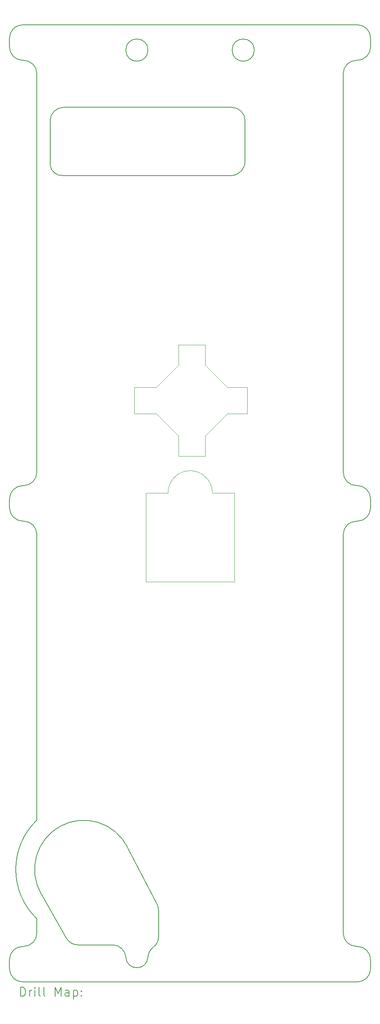
<source format=gbr>
%TF.GenerationSoftware,KiCad,Pcbnew,8.0.8*%
%TF.CreationDate,2025-03-15T17:23:19-07:00*%
%TF.ProjectId,Stationary_X_Panel,53746174-696f-46e6-9172-795f585f5061,1.4*%
%TF.SameCoordinates,Original*%
%TF.FileFunction,Drillmap*%
%TF.FilePolarity,Positive*%
%FSLAX45Y45*%
G04 Gerber Fmt 4.5, Leading zero omitted, Abs format (unit mm)*
G04 Created by KiCad (PCBNEW 8.0.8) date 2025-03-15 17:23:19*
%MOMM*%
%LPD*%
G01*
G04 APERTURE LIST*
%ADD10C,0.200000*%
%ADD11C,0.100000*%
G04 APERTURE END LIST*
D10*
X8200000Y-4300000D02*
X8200000Y-5200000D01*
X8200000Y-5200000D02*
G75*
G02*
X7900000Y-5534999I-317510J-17490D01*
G01*
D11*
X7300000Y-11400000D02*
X7300000Y-11850000D01*
D10*
X8408500Y-2710500D02*
G75*
G02*
X7908500Y-2710500I-250000J0D01*
G01*
X7908500Y-2710500D02*
G75*
G02*
X8408500Y-2710500I250000J0D01*
G01*
D11*
X6700000Y-11850000D02*
X7300000Y-11850000D01*
D10*
X10416000Y-22590500D02*
X10416000Y-13615500D01*
X10733500Y-12515500D02*
G75*
G02*
X11033500Y-12815500I0J-300000D01*
G01*
X4167106Y-22704917D02*
X3596709Y-21707521D01*
X3183500Y-2940500D02*
X3201000Y-2940500D01*
X6248500Y-22084083D02*
X6248500Y-22669490D01*
X11033500Y-23390500D02*
X11033500Y-23190500D01*
X3501000Y-22268160D02*
X3501000Y-22590500D01*
D11*
X6700000Y-11400000D02*
X6700000Y-11850000D01*
D10*
X11033500Y-13015500D02*
G75*
G02*
X10733500Y-13315500I-300000J0D01*
G01*
X2883500Y-23190500D02*
G75*
G02*
X3183500Y-22890500I300000J0D01*
G01*
X6008138Y-23133948D02*
G75*
G02*
X6128104Y-22909791I299602J-16162D01*
G01*
X10416000Y-3240500D02*
G75*
G02*
X10716000Y-2940500I300000J0D01*
G01*
X3501000Y-22590500D02*
G75*
G02*
X3201000Y-22890500I-300000J0D01*
G01*
X4100000Y-4000000D02*
X7900000Y-4000000D01*
X3183500Y-23690500D02*
G75*
G02*
X2883500Y-23390500I0J300000D01*
G01*
X10416000Y-13615500D02*
G75*
G02*
X10716000Y-13315500I300000J0D01*
G01*
D11*
X5962000Y-14680000D02*
X5962000Y-12680000D01*
D10*
X11033500Y-2640500D02*
X11033500Y-2440500D01*
X10733500Y-2140500D02*
G75*
G02*
X11033500Y-2440500I0J-300000D01*
G01*
D11*
X6200000Y-10900000D02*
X6700000Y-11400000D01*
D10*
X3183500Y-2940500D02*
G75*
G02*
X2883500Y-2640500I0J300000D01*
G01*
D11*
X7300000Y-9350000D02*
X6700000Y-9350000D01*
D10*
X10733500Y-22890500D02*
G75*
G02*
X11033500Y-23190500I0J-300000D01*
G01*
X10733500Y-12515500D02*
X10716000Y-12515500D01*
X2883500Y-12815500D02*
X2883500Y-13015500D01*
X3201000Y-12515500D02*
X3183500Y-12515500D01*
X10716000Y-22890500D02*
G75*
G02*
X10416000Y-22590500I0J300000D01*
G01*
D11*
X6200000Y-10300000D02*
X6700000Y-9800000D01*
D10*
X2883500Y-2440500D02*
G75*
G02*
X3183500Y-2140500I300000J0D01*
G01*
D11*
X8250000Y-10900000D02*
X8250000Y-10300000D01*
X6462000Y-12680000D02*
G75*
G02*
X7462000Y-12680000I500000J0D01*
G01*
D10*
X10716000Y-13315500D02*
X10733500Y-13315500D01*
X10716000Y-12515500D02*
G75*
G02*
X10416000Y-12215500I0J300000D01*
G01*
X10716000Y-2940500D02*
X10733500Y-2940500D01*
X3183500Y-13315500D02*
G75*
G02*
X2883500Y-13015500I0J300000D01*
G01*
X7900000Y-4000000D02*
G75*
G02*
X8200000Y-4300000I0J-300000D01*
G01*
X6248500Y-22669490D02*
G75*
G02*
X6128102Y-22909788I-300000J0D01*
G01*
X7900000Y-5535000D02*
X4100000Y-5535000D01*
D11*
X6700000Y-9800000D02*
X6700000Y-9350000D01*
D10*
X4100000Y-5535000D02*
G75*
G02*
X3800001Y-5300000I-28770J272260D01*
G01*
D11*
X5700000Y-10900000D02*
X5700000Y-10300000D01*
D10*
X6008138Y-23133948D02*
G75*
G02*
X5509021Y-23136630I-249638J13448D01*
G01*
X3800000Y-4300000D02*
G75*
G02*
X4100000Y-4000000I304763J-4763D01*
G01*
X3501000Y-12215500D02*
G75*
G02*
X3201000Y-12515500I-300000J0D01*
G01*
X10733500Y-22890500D02*
X10716000Y-22890500D01*
X3501000Y-3240500D02*
X3501000Y-12215500D01*
D11*
X7300000Y-11400000D02*
X7800000Y-10900000D01*
D10*
X11033500Y-13015500D02*
X11033500Y-12815500D01*
X3201000Y-13315500D02*
G75*
G02*
X3501000Y-13615500I0J-300000D01*
G01*
D11*
X7962000Y-12680000D02*
X7962000Y-14680000D01*
X7462000Y-12680000D02*
X7962000Y-12680000D01*
D10*
X3201000Y-22890500D02*
X3183500Y-22890500D01*
X2883500Y-2440500D02*
X2883500Y-2640500D01*
X10416000Y-12215500D02*
X10416000Y-3240500D01*
X5209646Y-22855986D02*
G75*
G02*
X5509030Y-23136629I14J-299994D01*
G01*
X11033500Y-2640500D02*
G75*
G02*
X10733500Y-2940500I-300000J0D01*
G01*
D11*
X5962000Y-12680000D02*
X6462000Y-12680000D01*
D10*
X6008500Y-2710500D02*
G75*
G02*
X5508500Y-2710500I-250000J0D01*
G01*
X5508500Y-2710500D02*
G75*
G02*
X6008500Y-2710500I250000J0D01*
G01*
X5209646Y-22855986D02*
X4427528Y-22855986D01*
D11*
X7300000Y-9800000D02*
X7300000Y-9350000D01*
D10*
X4427528Y-22855986D02*
G75*
G02*
X4167105Y-22704918I2J300006D01*
G01*
X3800000Y-4300000D02*
X3800000Y-5300000D01*
D11*
X7962000Y-14680000D02*
X5962000Y-14680000D01*
X7800000Y-10300000D02*
X8250000Y-10300000D01*
X7300000Y-9800000D02*
X7800000Y-10300000D01*
D10*
X5542277Y-20647816D02*
X6214875Y-21946081D01*
X6214875Y-21946081D02*
G75*
G02*
X6248497Y-22084083I-266385J-137999D01*
G01*
D11*
X5700000Y-10300000D02*
X6200000Y-10300000D01*
D10*
X2883500Y-23190500D02*
X2883500Y-23390500D01*
X3201000Y-2940500D02*
G75*
G02*
X3501000Y-3240500I0J-300000D01*
G01*
X10733500Y-2140500D02*
X3183500Y-2140500D01*
D11*
X7800000Y-10900000D02*
X8250000Y-10900000D01*
X5700000Y-10900000D02*
X6200000Y-10900000D01*
D10*
X3596709Y-21707521D02*
G75*
G02*
X5542277Y-20647816I961791J550035D01*
G01*
X11033500Y-23390500D02*
G75*
G02*
X10733500Y-23690500I-300000J0D01*
G01*
X3183500Y-13315500D02*
X3201000Y-13315500D01*
X3501000Y-22268160D02*
G75*
G02*
X3501000Y-20046812I1057501J1110674D01*
G01*
X3183500Y-23690500D02*
X10733500Y-23690500D01*
X3501000Y-13615500D02*
X3501000Y-20046812D01*
X2883500Y-12815500D02*
G75*
G02*
X3183500Y-12515500I300000J0D01*
G01*
X3134277Y-24011984D02*
X3134277Y-23811984D01*
X3134277Y-23811984D02*
X3181896Y-23811984D01*
X3181896Y-23811984D02*
X3210467Y-23821508D01*
X3210467Y-23821508D02*
X3229515Y-23840555D01*
X3229515Y-23840555D02*
X3239039Y-23859603D01*
X3239039Y-23859603D02*
X3248562Y-23897698D01*
X3248562Y-23897698D02*
X3248562Y-23926269D01*
X3248562Y-23926269D02*
X3239039Y-23964365D01*
X3239039Y-23964365D02*
X3229515Y-23983412D01*
X3229515Y-23983412D02*
X3210467Y-24002460D01*
X3210467Y-24002460D02*
X3181896Y-24011984D01*
X3181896Y-24011984D02*
X3134277Y-24011984D01*
X3334277Y-24011984D02*
X3334277Y-23878650D01*
X3334277Y-23916746D02*
X3343801Y-23897698D01*
X3343801Y-23897698D02*
X3353324Y-23888174D01*
X3353324Y-23888174D02*
X3372372Y-23878650D01*
X3372372Y-23878650D02*
X3391420Y-23878650D01*
X3458086Y-24011984D02*
X3458086Y-23878650D01*
X3458086Y-23811984D02*
X3448562Y-23821508D01*
X3448562Y-23821508D02*
X3458086Y-23831031D01*
X3458086Y-23831031D02*
X3467610Y-23821508D01*
X3467610Y-23821508D02*
X3458086Y-23811984D01*
X3458086Y-23811984D02*
X3458086Y-23831031D01*
X3581896Y-24011984D02*
X3562848Y-24002460D01*
X3562848Y-24002460D02*
X3553324Y-23983412D01*
X3553324Y-23983412D02*
X3553324Y-23811984D01*
X3686658Y-24011984D02*
X3667610Y-24002460D01*
X3667610Y-24002460D02*
X3658086Y-23983412D01*
X3658086Y-23983412D02*
X3658086Y-23811984D01*
X3915229Y-24011984D02*
X3915229Y-23811984D01*
X3915229Y-23811984D02*
X3981896Y-23954841D01*
X3981896Y-23954841D02*
X4048562Y-23811984D01*
X4048562Y-23811984D02*
X4048562Y-24011984D01*
X4229515Y-24011984D02*
X4229515Y-23907222D01*
X4229515Y-23907222D02*
X4219991Y-23888174D01*
X4219991Y-23888174D02*
X4200944Y-23878650D01*
X4200944Y-23878650D02*
X4162848Y-23878650D01*
X4162848Y-23878650D02*
X4143801Y-23888174D01*
X4229515Y-24002460D02*
X4210467Y-24011984D01*
X4210467Y-24011984D02*
X4162848Y-24011984D01*
X4162848Y-24011984D02*
X4143801Y-24002460D01*
X4143801Y-24002460D02*
X4134277Y-23983412D01*
X4134277Y-23983412D02*
X4134277Y-23964365D01*
X4134277Y-23964365D02*
X4143801Y-23945317D01*
X4143801Y-23945317D02*
X4162848Y-23935793D01*
X4162848Y-23935793D02*
X4210467Y-23935793D01*
X4210467Y-23935793D02*
X4229515Y-23926269D01*
X4324753Y-23878650D02*
X4324753Y-24078650D01*
X4324753Y-23888174D02*
X4343801Y-23878650D01*
X4343801Y-23878650D02*
X4381896Y-23878650D01*
X4381896Y-23878650D02*
X4400944Y-23888174D01*
X4400944Y-23888174D02*
X4410467Y-23897698D01*
X4410467Y-23897698D02*
X4419991Y-23916746D01*
X4419991Y-23916746D02*
X4419991Y-23973888D01*
X4419991Y-23973888D02*
X4410467Y-23992936D01*
X4410467Y-23992936D02*
X4400944Y-24002460D01*
X4400944Y-24002460D02*
X4381896Y-24011984D01*
X4381896Y-24011984D02*
X4343801Y-24011984D01*
X4343801Y-24011984D02*
X4324753Y-24002460D01*
X4505705Y-23992936D02*
X4515229Y-24002460D01*
X4515229Y-24002460D02*
X4505705Y-24011984D01*
X4505705Y-24011984D02*
X4496182Y-24002460D01*
X4496182Y-24002460D02*
X4505705Y-23992936D01*
X4505705Y-23992936D02*
X4505705Y-24011984D01*
X4505705Y-23888174D02*
X4515229Y-23897698D01*
X4515229Y-23897698D02*
X4505705Y-23907222D01*
X4505705Y-23907222D02*
X4496182Y-23897698D01*
X4496182Y-23897698D02*
X4505705Y-23888174D01*
X4505705Y-23888174D02*
X4505705Y-23907222D01*
M02*

</source>
